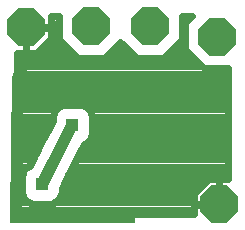
<source format=gbl>
G75*
G70*
%OFA0B0*%
%FSLAX24Y24*%
%IPPOS*%
%LPD*%
%AMOC8*
5,1,8,0,0,1.08239X$1,22.5*
%
%ADD10OC8,0.1250*%
%ADD11R,0.0436X0.0436*%
%ADD12C,0.0400*%
%ADD13C,0.0240*%
D10*
X007963Y001603D03*
X007898Y007193D03*
X005668Y007542D03*
X003693Y007542D03*
X001536Y007502D03*
D11*
X001191Y001170D03*
X002057Y002272D03*
X003081Y004241D03*
X002396Y006603D03*
X004971Y001170D03*
D12*
X001191Y001170D01*
X001270Y005815D01*
X001349Y006052D01*
X001349Y006367D01*
X002396Y006603D01*
X003081Y004241D02*
X002451Y003060D01*
X002057Y002272D01*
D13*
X001399Y002578D02*
X001466Y002739D01*
X001590Y002863D01*
X001650Y002888D01*
X001826Y003240D01*
X001826Y003248D01*
X001882Y003353D01*
X001936Y003460D01*
X001942Y003465D01*
X002423Y004367D01*
X002423Y004546D01*
X002490Y004708D01*
X002614Y004832D01*
X002775Y004899D01*
X003387Y004899D01*
X003548Y004832D01*
X003672Y004708D01*
X003739Y004546D01*
X003739Y003935D01*
X003672Y003773D01*
X003548Y003649D01*
X003475Y003619D01*
X003020Y002766D01*
X002715Y002157D01*
X002715Y001966D01*
X002648Y001805D01*
X002525Y001681D01*
X002363Y001614D01*
X001752Y001614D01*
X001590Y001681D01*
X001466Y001805D01*
X001399Y001966D01*
X001399Y002578D01*
X001416Y002617D02*
X001234Y002617D01*
X001234Y002379D02*
X001399Y002379D01*
X001399Y002140D02*
X001234Y002140D01*
X001233Y001902D02*
X001426Y001902D01*
X001233Y001663D02*
X001633Y001663D01*
X001233Y001425D02*
X007118Y001425D01*
X007118Y001279D02*
X001233Y001278D01*
X001239Y006657D01*
X001526Y006657D01*
X001526Y007492D01*
X001546Y007492D01*
X001546Y006657D01*
X001886Y006657D01*
X002381Y007152D01*
X002381Y007492D01*
X001546Y007492D01*
X001546Y007512D01*
X002381Y007512D01*
X002381Y007852D01*
X002372Y007861D01*
X002628Y007861D01*
X002628Y007101D01*
X003252Y006477D01*
X004134Y006477D01*
X004680Y007023D01*
X005226Y006477D01*
X006109Y006477D01*
X006733Y007101D01*
X006733Y007861D01*
X007059Y007861D01*
X006833Y007634D01*
X006833Y006752D01*
X007457Y006128D01*
X008257Y006128D01*
X008253Y002448D01*
X007973Y002448D01*
X007973Y001613D01*
X007953Y001613D01*
X007953Y002448D01*
X007613Y002448D01*
X007118Y001953D01*
X007118Y001613D01*
X007953Y001613D01*
X007953Y001593D01*
X007118Y001593D01*
X007118Y001279D01*
X007118Y001663D02*
X002481Y001663D01*
X002689Y001902D02*
X007118Y001902D01*
X007305Y002140D02*
X002715Y002140D01*
X002826Y002379D02*
X007544Y002379D01*
X007953Y002379D02*
X007973Y002379D01*
X008253Y002617D02*
X002945Y002617D01*
X003068Y002856D02*
X008253Y002856D01*
X008253Y003094D02*
X003195Y003094D01*
X003322Y003333D02*
X008254Y003333D01*
X008254Y003571D02*
X003449Y003571D01*
X003687Y003810D02*
X008254Y003810D01*
X008255Y004049D02*
X003739Y004049D01*
X003739Y004287D02*
X008255Y004287D01*
X008255Y004526D02*
X003739Y004526D01*
X003616Y004764D02*
X008255Y004764D01*
X008256Y005003D02*
X001237Y005003D01*
X001237Y005241D02*
X008256Y005241D01*
X008256Y005480D02*
X001238Y005480D01*
X001238Y005718D02*
X008256Y005718D01*
X008257Y005957D02*
X001238Y005957D01*
X001238Y006195D02*
X007390Y006195D01*
X007151Y006434D02*
X001239Y006434D01*
X001526Y006673D02*
X001546Y006673D01*
X001526Y006911D02*
X001546Y006911D01*
X001526Y007150D02*
X001546Y007150D01*
X001526Y007388D02*
X001546Y007388D01*
X002139Y006911D02*
X002818Y006911D01*
X002628Y007150D02*
X002378Y007150D01*
X002381Y007388D02*
X002628Y007388D01*
X002628Y007627D02*
X002381Y007627D01*
X001901Y006673D02*
X003056Y006673D01*
X004330Y006673D02*
X005031Y006673D01*
X004792Y006911D02*
X004568Y006911D01*
X006304Y006673D02*
X006913Y006673D01*
X006833Y006911D02*
X006543Y006911D01*
X006733Y007150D02*
X006833Y007150D01*
X006833Y007388D02*
X006733Y007388D01*
X006733Y007627D02*
X006833Y007627D01*
X002546Y004764D02*
X001237Y004764D01*
X001236Y004526D02*
X002423Y004526D01*
X002380Y004287D02*
X001236Y004287D01*
X001236Y004049D02*
X002253Y004049D01*
X002126Y003810D02*
X001236Y003810D01*
X001235Y003571D02*
X001999Y003571D01*
X001872Y003333D02*
X001235Y003333D01*
X001235Y003094D02*
X001753Y003094D01*
X001583Y002856D02*
X001234Y002856D01*
X007953Y002140D02*
X007973Y002140D01*
X007953Y001902D02*
X007973Y001902D01*
X007953Y001663D02*
X007973Y001663D01*
M02*

</source>
